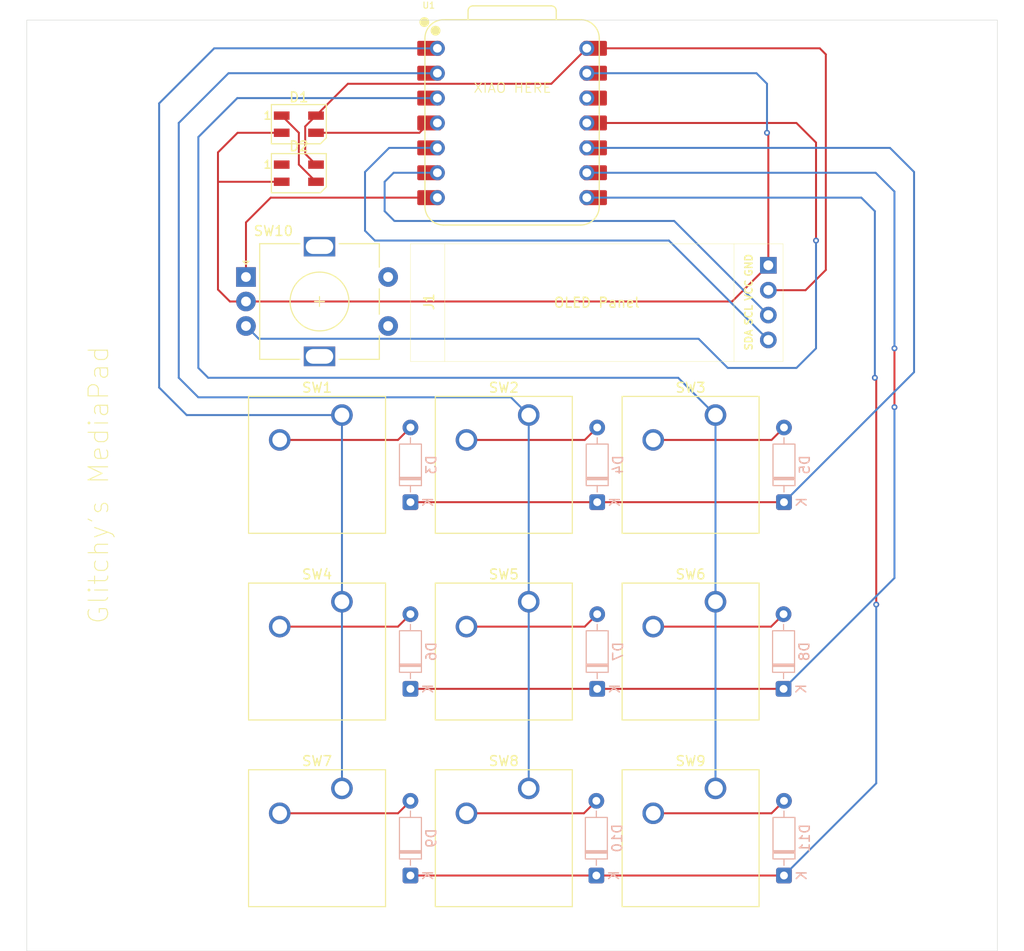
<source format=kicad_pcb>
(kicad_pcb (version 20241229) (generator "pcbnew") (generator_version "9.0")
  (layers (0 "F.Cu" signal) (2 "B.Cu" signal) (13 "F.Paste" user) (15 "B.Paste" user) (5 "F.SilkS" user "F.Silkscreen") (7 "B.SilkS" user "B.Silkscreen") (1 "F.Mask" user) (3 "B.Mask" user) (25 "Edge.Cuts" user))
  (net 0 "")
  (net 1 "RGB")
  (net 2 "Net-(D1-DOUT)")
  (net 3 "GND")
  (net 4 "VCC")
  (net 6 "Net-(D3-A)")
  (net 7 "Row 0")
  (net 8 "Net-(D4-A)")
  (net 9 "Net-(D5-A)")
  (net 10 "Row 1")
  (net 11 "Net-(D6-A)")
  (net 12 "Net-(D7-A)")
  (net 13 "Net-(D8-A)")
  (net 14 "Net-(D9-A)")
  (net 15 "Row 2")
  (net 16 "Net-(D10-A)")
  (net 17 "Net-(D11-A)")
  (net 18 "SCL")
  (net 19 "SDA")
  (net 20 "Column 0")
  (net 21 "Column 1")
  (net 22 "Column 2")
  (net 24 "EC11B")
  (net 25 "EC11A")
  (footprint "Button_Switch_Keyboard:SW_Cherry_MX_1.00u_PCB" (layer "F.Cu") (at 115.69625 62.8075)
    (property "Reference" "SW2" (at -2.54 -2.794 0) (layer "F.SilkS"))
    (property "Value" "SW_Push_45deg")
    (fp_line (start -9.525 -1.905) (end 4.445 -1.905) (stroke (width 0.12)) (layer "F.SilkS"))
    (fp_line (start -9.525 12.065) (end -9.525 -1.905) (stroke (width 0.12)) (layer "F.SilkS"))
    (fp_line (start 4.445 -1.905) (end 4.445 12.065) (stroke (width 0.12)) (layer "F.SilkS"))
    (fp_line (start 4.445 12.065) (end -9.525 12.065) (stroke (width 0.12)) (layer "F.SilkS"))
    (pad "" np_thru_hole circle (at -7.62 5.08) (size 1.7 1.7) (drill 1.7) (layers "*.Cu" "*.Mask"))
    (pad "" np_thru_hole circle (at -2.54 5.08) (size 4 4) (drill 4) (layers "*.Cu" "*.Mask"))
    (pad "" np_thru_hole circle (at 2.54 5.08) (size 1.7 1.7) (drill 1.7) (layers "*.Cu" "*.Mask"))
    (pad "1" thru_hole circle (at 0 0) (size 2.2 2.2) (drill 1.5) (layers "*.Cu" "*.Mask") (net 21 "Column 1"))
    (pad "2" thru_hole circle (at -6.35 2.54) (size 2.2 2.2) (drill 1.5) (layers "*.Cu" "*.Mask") (net 8 "Net-(D4-A)"))
  )
  (footprint "Button_Switch_Keyboard:SW_Cherry_MX_1.00u_PCB" (layer "F.Cu") (at 96.64625 62.8075)
    (property "Reference" "SW1" (at -2.54 -2.794 0) (layer "F.SilkS"))
    (property "Value" "SW_Push_45deg")
    (fp_line (start -9.525 -1.905) (end 4.445 -1.905) (stroke (width 0.12)) (layer "F.SilkS"))
    (fp_line (start -9.525 12.065) (end -9.525 -1.905) (stroke (width 0.12)) (layer "F.SilkS"))
    (fp_line (start 4.445 -1.905) (end 4.445 12.065) (stroke (width 0.12)) (layer "F.SilkS"))
    (fp_line (start 4.445 12.065) (end -9.525 12.065) (stroke (width 0.12)) (layer "F.SilkS"))
    (pad "" np_thru_hole circle (at -7.62 5.08) (size 1.7 1.7) (drill 1.7) (layers "*.Cu" "*.Mask"))
    (pad "" np_thru_hole circle (at -2.54 5.08) (size 4 4) (drill 4) (layers "*.Cu" "*.Mask"))
    (pad "" np_thru_hole circle (at 2.54 5.08) (size 1.7 1.7) (drill 1.7) (layers "*.Cu" "*.Mask"))
    (pad "1" thru_hole circle (at 0 0) (size 2.2 2.2) (drill 1.5) (layers "*.Cu" "*.Mask") (net 20 "Column 0"))
    (pad "2" thru_hole circle (at -6.35 2.54) (size 2.2 2.2) (drill 1.5) (layers "*.Cu" "*.Mask") (net 6 "Net-(D3-A)"))
  )
  (footprint "Button_Switch_Keyboard:SW_Cherry_MX_1.00u_PCB" (layer "F.Cu") (at 134.74625 62.8075)
    (property "Reference" "SW3" (at -2.54 -2.794 0) (layer "F.SilkS"))
    (property "Value" "SW_Push_45deg")
    (fp_line (start -9.525 -1.905) (end 4.445 -1.905) (stroke (width 0.12)) (layer "F.SilkS"))
    (fp_line (start -9.525 12.065) (end -9.525 -1.905) (stroke (width 0.12)) (layer "F.SilkS"))
    (fp_line (start 4.445 -1.905) (end 4.445 12.065) (stroke (width 0.12)) (layer "F.SilkS"))
    (fp_line (start 4.445 12.065) (end -9.525 12.065) (stroke (width 0.12)) (layer "F.SilkS"))
    (pad "" np_thru_hole circle (at -7.62 5.08) (size 1.7 1.7) (drill 1.7) (layers "*.Cu" "*.Mask"))
    (pad "" np_thru_hole circle (at -2.54 5.08) (size 4 4) (drill 4) (layers "*.Cu" "*.Mask"))
    (pad "" np_thru_hole circle (at 2.54 5.08) (size 1.7 1.7) (drill 1.7) (layers "*.Cu" "*.Mask"))
    (pad "1" thru_hole circle (at 0 0) (size 2.2 2.2) (drill 1.5) (layers "*.Cu" "*.Mask") (net 22 "Column 2"))
    (pad "2" thru_hole circle (at -6.35 2.54) (size 2.2 2.2) (drill 1.5) (layers "*.Cu" "*.Mask") (net 9 "Net-(D5-A)"))
  )
  (footprint "MountingHole:MountingHole_3.2mm_M3" (layer "F.Cu") (at 156.75 29.25)
    (property "Reference" "REF**" (hide yes))
    (property "Value" "MountingHole_3.2mm_M3")
    (pad "" np_thru_hole circle (at 0 0) (size 3.2 3.2) (drill 3.2) (layers "*.Cu" "*.Mask"))
  )
  (footprint "OPL:XIAO-RP2040-DIP" (layer "F.Cu") (at 114 33)
    (property "Reference" "U1" (at -8.5 -12 0) (layer "F.SilkS") (effects (font (size 0.635 0.635) (thickness 0.1016))))
    (property "Value" "XIAO-RP2040-DIP")
    (fp_line (start -8.89 8.509) (end -8.89 -8.636) (stroke (width 0.127)) (layer "F.SilkS"))
    (fp_line (start -6.985 10.414) (end 6.985 10.414) (stroke (width 0.127)) (layer "F.SilkS"))
    (fp_line (start -4.495 -10.541) (end -4.491272 -11.451272) (stroke (width 0.127)) (layer "F.SilkS"))
    (fp_line (start -3.991272 -11.951) (end 4.004 -11.951) (stroke (width 0.127)) (layer "F.SilkS"))
    (fp_line (start 4.504 -11.451) (end 4.504 -10.541) (stroke (width 0.127)) (layer "F.SilkS"))
    (fp_line (start 6.985 -10.541) (end -6.985 -10.541) (stroke (width 0.1)) (layer "F.SilkS"))
    (fp_line (start 6.985 -10.541) (end -6.985 -10.541) (stroke (width 0.127)) (layer "F.SilkS"))
    (fp_line (start 8.89 8.509) (end 8.89 -8.636) (stroke (width 0.127)) (layer "F.SilkS"))
    (fp_arc (start -8.89 -8.636) (mid -8.332038 -9.983038) (end -6.985 -10.541) (stroke (width 0.127)) (layer "F.SilkS"))
    (fp_arc (start -6.985 10.414) (mid -8.332038 9.856038) (end -8.89 8.509) (stroke (width 0.127)) (layer "F.SilkS"))
    (fp_arc (start -4.491272 -11.451272) (mid -4.344728 -11.80464) (end -3.991272 -11.951) (stroke (width 0.127)) (layer "F.SilkS"))
    (fp_arc (start 4.004 -11.951) (mid 4.357553 -11.804553) (end 4.504 -11.451) (stroke (width 0.127)) (layer "F.SilkS"))
    (fp_arc (start 6.985 -10.541) (mid 8.332038 -9.983038) (end 8.89 -8.636) (stroke (width 0.127)) (layer "F.SilkS"))
    (fp_arc (start 8.89 8.509) (mid 8.332038 9.856038) (end 6.985 10.414) (stroke (width 0.127)) (layer "F.SilkS"))
    (fp_circle (center -8.95 -10.3) (end -8.95 -10.554) (stroke (width 0.5)) (fill yes) (layer "F.SilkS"))
    (fp_circle (center -7.807 -9.42) (end -7.807 -9.674) (stroke (width 0.5)) (fill yes) (layer "F.SilkS"))
    (pad "1" smd roundrect (at -8.455 -7.62 180) (size 2.432 1.524) (layers "F.Cu" "F.Mask") (roundrect_rratio 0.1) (net 20 "Column 0"))
    (pad "1" thru_hole circle (at -7.62 -7.62 180) (size 1.524 1.524) (drill 0.889) (layers "*.Cu" "*.Mask") (net 20 "Column 0"))
    (pad "2" smd roundrect (at -8.455 -5.08 180) (size 2.432 1.524) (layers "F.Cu" "F.Mask") (roundrect_rratio 0.1) (net 21 "Column 1"))
    (pad "2" thru_hole circle (at -7.62 -5.08 180) (size 1.524 1.524) (drill 0.889) (layers "*.Cu" "*.Mask") (net 21 "Column 1"))
    (pad "3" smd roundrect (at -8.455 -2.54 180) (size 2.432 1.524) (layers "F.Cu" "F.Mask") (roundrect_rratio 0.1) (net 22 "Column 2"))
    (pad "3" thru_hole circle (at -7.62 -2.54 180) (size 1.524 1.524) (drill 0.889) (layers "*.Cu" "*.Mask") (net 22 "Column 2"))
    (pad "4" smd roundrect (at -8.455 0 180) (size 2.432 1.524) (layers "F.Cu" "F.Mask") (roundrect_rratio 0.1) (net 1 "RGB"))
    (pad "4" thru_hole circle (at -7.62 0 180) (size 1.524 1.524) (drill 0.889) (layers "*.Cu" "*.Mask") (net 1 "RGB"))
    (pad "5" smd roundrect (at -8.455 2.54 180) (size 2.432 1.524) (layers "F.Cu" "F.Mask") (roundrect_rratio 0.1) (net 19 "SDA"))
    (pad "5" thru_hole circle (at -7.62 2.54 180) (size 1.524 1.524) (drill 0.889) (layers "*.Cu" "*.Mask") (net 19 "SDA"))
    (pad "6" smd roundrect (at -8.455 5.08 180) (size 2.432 1.524) (layers "F.Cu" "F.Mask") (roundrect_rratio 0.1) (net 18 "SCL"))
    (pad "6" thru_hole circle (at -7.62 5.08 180) (size 1.524 1.524) (drill 0.889) (layers "*.Cu" "*.Mask") (net 18 "SCL"))
    (pad "7" smd roundrect (at -8.455 7.62 180) (size 2.432 1.524) (layers "F.Cu" "F.Mask") (roundrect_rratio 0.1) (net 25 "EC11A"))
    (pad "7" thru_hole circle (at -7.62 7.62 180) (size 1.524 1.524) (drill 0.889) (layers "*.Cu" "*.Mask") (net 25 "EC11A"))
    (pad "8" thru_hole circle (at 7.62 7.62) (size 1.524 1.524) (drill 0.889) (layers "*.Cu" "*.Mask") (net 15 "Row 2"))
    (pad "8" smd roundrect (at 8.455 7.62) (size 2.432 1.524) (layers "F.Cu" "F.Mask") (roundrect_rratio 0.1) (net 15 "Row 2"))
    (pad "9" thru_hole circle (at 7.62 5.08) (size 1.524 1.524) (drill 0.889) (layers "*.Cu" "*.Mask") (net 10 "Row 1"))
    (pad "9" smd roundrect (at 8.455 5.08) (size 2.432 1.524) (layers "F.Cu" "F.Mask") (roundrect_rratio 0.1) (net 10 "Row 1"))
    (pad "10" thru_hole circle (at 7.62 2.54) (size 1.524 1.524) (drill 0.889) (layers "*.Cu" "*.Mask") (net 7 "Row 0"))
    (pad "10" smd roundrect (at 8.455 2.54) (size 2.432 1.524) (layers "F.Cu" "F.Mask") (roundrect_rratio 0.1) (net 7 "Row 0"))
    (pad "11" thru_hole circle (at 7.62 0) (size 1.524 1.524) (drill 0.889) (layers "*.Cu" "*.Mask") (net 24 "EC11B"))
    (pad "11" smd roundrect (at 8.455 0) (size 2.432 1.524) (layers "F.Cu" "F.Mask") (roundrect_rratio 0.1) (net 24 "EC11B"))
    (pad "12" thru_hole circle (at 7.62 -2.54) (size 1.524 1.524) (drill 0.889) (layers "*.Cu" "*.Mask"))
    (pad "12" smd roundrect (at 8.455 -2.54) (size 2.432 1.524) (layers "F.Cu" "F.Mask") (roundrect_rratio 0.1))
    (pad "13" thru_hole circle (at 7.62 -5.08) (size 1.524 1.524) (drill 0.889) (layers "*.Cu" "*.Mask") (net 3 "GND"))
    (pad "13" smd roundrect (at 8.455 -5.08) (size 2.432 1.524) (layers "F.Cu" "F.Mask") (roundrect_rratio 0.1) (net 3 "GND"))
    (pad "14" thru_hole circle (at 7.62 -7.62) (size 1.524 1.524) (drill 0.889) (layers "*.Cu" "*.Mask") (net 4 "VCC"))
    (pad "14" smd roundrect (at 8.455 -7.62) (size 2.432 1.524) (layers "F.Cu" "F.Mask") (roundrect_rratio 0.1) (net 4 "VCC"))
  )
  (footprint "MountingHole:MountingHole_3.2mm_M3" (layer "F.Cu") (at 71.25 110.75)
    (property "Reference" "REF**" (hide yes))
    (property "Value" "MountingHole_3.2mm_M3")
    (pad "" np_thru_hole circle (at 0 0) (size 3.2 3.2) (drill 3.2) (layers "*.Cu" "*.Mask"))
  )
  (footprint "OledScreen:SSD1306-0.91-OLED-4pin-128x32" (layer "F.Cu") (at 103.63525 45.33375)
    (property "Reference" "J1" (at 1.9 5.91 90) (layer "F.SilkS"))
    (property "Value" "OLED_DISPLAY")
    (fp_line (start 0 0) (end 0 12) (stroke (width 0.04)) (layer "F.SilkS"))
    (fp_line (start 0 12) (end 38 12) (stroke (width 0.04)) (layer "F.SilkS"))
    (fp_line (start 3.5 0) (end 3.5 12) (stroke (width 0.04)) (layer "F.SilkS"))
    (fp_line (start 33 0) (end 33 12) (stroke (width 0.04)) (layer "F.SilkS"))
    (fp_line (start 38 0) (end 0 0) (stroke (width 0.04)) (layer "F.SilkS"))
    (fp_line (start 38 12) (end 38 0) (stroke (width 0.04)) (layer "F.SilkS"))
    (fp_text user "SDA" (at 34.5 9.81 270) (layer "F.SilkS") (effects (font (size 0.75 0.75))))
    (fp_text user "VCC" (at 34.5 4.73 270) (layer "F.SilkS") (effects (font (size 0.75 0.75))))
    (fp_text user "OLED Panel" (at 19 6 0) (layer "F.SilkS"))
    (fp_text user "SCL" (at 34.5 7.27 270) (layer "F.SilkS") (effects (font (size 0.75 0.75))))
    (fp_text user "GND" (at 34.5 2.19 270) (layer "F.SilkS") (effects (font (size 0.75 0.75))))
    (pad "1" thru_hole rect (at 36.5 2.19) (size 1.7 1.7) (drill 1) (layers "*.Cu" "*.Mask") (net 3 "GND"))
    (pad "2" thru_hole oval (at 36.5 4.73) (size 1.7 1.7) (drill 1) (layers "*.Cu" "*.Mask") (net 4 "VCC"))
    (pad "3" thru_hole oval (at 36.5 7.27) (size 1.7 1.7) (drill 1) (layers "*.Cu" "*.Mask") (net 18 "SCL"))
    (pad "4" thru_hole oval (at 36.5 9.81) (size 1.7 1.7) (drill 1) (layers "*.Cu" "*.Mask") (net 19 "SDA"))
  )
  (footprint "LED_SMD:LED_SK6812MINI_PLCC4_3.5x3.5mm_P1.75mm" (layer "F.Cu") (at 92.25 38.125)
    (property "Reference" "D2" (at 0 -2.75 0) (layer "F.SilkS"))
    (property "Value" "SK6812MINI" (hide yes))
    (fp_line (start -2.8 -2) (end -2.8 2) (stroke (width 0.12)) (layer "F.SilkS"))
    (fp_line (start -2.8 -2) (end 2.8 -2) (stroke (width 0.12)) (layer "F.SilkS"))
    (fp_line (start -2.8 2) (end 2.2 2) (stroke (width 0.12)) (layer "F.SilkS"))
    (fp_line (start 2.8 1.4) (end 2.2 2) (stroke (width 0.12)) (layer "F.SilkS"))
    (fp_line (start 2.8 1.4) (end 2.8 -2) (stroke (width 0.12)) (layer "F.SilkS"))
    (fp_text user "1" (at -3.2 -0.875 0) (layer "F.SilkS") (effects (font (size 0.8 0.8))))
    (pad "1" smd rect (at -1.75 -0.875) (size 1.6 0.85) (layers "F.Cu" "F.Mask" "F.Paste"))
    (pad "2" smd rect (at -1.75 0.875) (size 1.6 0.85) (layers "F.Cu" "F.Mask" "F.Paste") (net 3 "GND"))
    (pad "3" smd rect (at 1.75 0.875) (size 1.6 0.85) (layers "F.Cu" "F.Mask" "F.Paste") (net 2 "Net-(D1-DOUT)"))
    (pad "4" smd rect (at 1.75 -0.875) (size 1.6 0.85) (layers "F.Cu" "F.Mask" "F.Paste") (net 4 "VCC"))
  )
  (footprint "Button_Switch_Keyboard:SW_Cherry_MX_1.00u_PCB" (layer "F.Cu") (at 96.64625 81.8575)
    (property "Reference" "SW4" (at -2.54 -2.794 0) (layer "F.SilkS"))
    (property "Value" "SW_Push_45deg")
    (fp_line (start -9.525 -1.905) (end 4.445 -1.905) (stroke (width 0.12)) (layer "F.SilkS"))
    (fp_line (start -9.525 12.065) (end -9.525 -1.905) (stroke (width 0.12)) (layer "F.SilkS"))
    (fp_line (start 4.445 -1.905) (end 4.445 12.065) (stroke (width 0.12)) (layer "F.SilkS"))
    (fp_line (start 4.445 12.065) (end -9.525 12.065) (stroke (width 0.12)) (layer "F.SilkS"))
    (pad "" np_thru_hole circle (at -7.62 5.08) (size 1.7 1.7) (drill 1.7) (layers "*.Cu" "*.Mask"))
    (pad "" np_thru_hole circle (at -2.54 5.08) (size 4 4) (drill 4) (layers "*.Cu" "*.Mask"))
    (pad "" np_thru_hole circle (at 2.54 5.08) (size 1.7 1.7) (drill 1.7) (layers "*.Cu" "*.Mask"))
    (pad "1" thru_hole circle (at 0 0) (size 2.2 2.2) (drill 1.5) (layers "*.Cu" "*.Mask") (net 20 "Column 0"))
    (pad "2" thru_hole circle (at -6.35 2.54) (size 2.2 2.2) (drill 1.5) (layers "*.Cu" "*.Mask") (net 11 "Net-(D6-A)"))
  )
  (footprint "Button_Switch_Keyboard:SW_Cherry_MX_1.00u_PCB" (layer "F.Cu") (at 96.64625 100.9075)
    (property "Reference" "SW7" (at -2.54 -2.794 0) (layer "F.SilkS"))
    (property "Value" "SW_Push_45deg")
    (fp_line (start -9.525 -1.905) (end 4.445 -1.905) (stroke (width 0.12)) (layer "F.SilkS"))
    (fp_line (start -9.525 12.065) (end -9.525 -1.905) (stroke (width 0.12)) (layer "F.SilkS"))
    (fp_line (start 4.445 -1.905) (end 4.445 12.065) (stroke (width 0.12)) (layer "F.SilkS"))
    (fp_line (start 4.445 12.065) (end -9.525 12.065) (stroke (width 0.12)) (layer "F.SilkS"))
    (pad "" np_thru_hole circle (at -7.62 5.08) (size 1.7 1.7) (drill 1.7) (layers "*.Cu" "*.Mask"))
    (pad "" np_thru_hole circle (at -2.54 5.08) (size 4 4) (drill 4) (layers "*.Cu" "*.Mask"))
    (pad "" np_thru_hole circle (at 2.54 5.08) (size 1.7 1.7) (drill 1.7) (layers "*.Cu" "*.Mask"))
    (pad "1" thru_hole circle (at 0 0) (size 2.2 2.2) (drill 1.5) (layers "*.Cu" "*.Mask") (net 20 "Column 0"))
    (pad "2" thru_hole circle (at -6.35 2.54) (size 2.2 2.2) (drill 1.5) (layers "*.Cu" "*.Mask") (net 14 "Net-(D9-A)"))
  )
  (footprint "Button_Switch_Keyboard:SW_Cherry_MX_1.00u_PCB" (layer "F.Cu") (at 115.69625 81.8575)
    (property "Reference" "SW5" (at -2.54 -2.794 0) (layer "F.SilkS"))
    (property "Value" "SW_Push_45deg")
    (fp_line (start -9.525 -1.905) (end 4.445 -1.905) (stroke (width 0.12)) (layer "F.SilkS"))
    (fp_line (start -9.525 12.065) (end -9.525 -1.905) (stroke (width 0.12)) (layer "F.SilkS"))
    (fp_line (start 4.445 -1.905) (end 4.445 12.065) (stroke (width 0.12)) (layer "F.SilkS"))
    (fp_line (start 4.445 12.065) (end -9.525 12.065) (stroke (width 0.12)) (layer "F.SilkS"))
    (pad "" np_thru_hole circle (at -7.62 5.08) (size 1.7 1.7) (drill 1.7) (layers "*.Cu" "*.Mask"))
    (pad "" np_thru_hole circle (at -2.54 5.08) (size 4 4) (drill 4) (layers "*.Cu" "*.Mask"))
    (pad "" np_thru_hole circle (at 2.54 5.08) (size 1.7 1.7) (drill 1.7) (layers "*.Cu" "*.Mask"))
    (pad "1" thru_hole circle (at 0 0) (size 2.2 2.2) (drill 1.5) (layers "*.Cu" "*.Mask") (net 21 "Column 1"))
    (pad "2" thru_hole circle (at -6.35 2.54) (size 2.2 2.2) (drill 1.5) (layers "*.Cu" "*.Mask") (net 12 "Net-(D7-A)"))
  )
  (footprint "RotaryEncoders:RotaryEncoder_Alps_EC11E-Switch_Vertical_H20mm" (layer "F.Cu") (at 86.85625 48.71875)
    (property "Reference" "SW10" (at 2.8 -4.7 0) (layer "F.SilkS"))
    (property "Value" "RotaryEncoder_Switch")
    (fp_line (start -0.3 -1.6) (end 0.3 -1.6) (stroke (width 0.12)) (layer "F.SilkS"))
    (fp_line (start 0 -1.3) (end -0.3 -1.6) (stroke (width 0.12)) (layer "F.SilkS"))
    (fp_line (start 0.3 -1.6) (end 0 -1.3) (stroke (width 0.12)) (layer "F.SilkS"))
    (fp_line (start 1.4 -3.4) (end 1.4 8.4) (stroke (width 0.12)) (layer "F.SilkS"))
    (fp_line (start 5.5 -3.4) (end 1.4 -3.4) (stroke (width 0.12)) (layer "F.SilkS"))
    (fp_line (start 5.5 8.4) (end 1.4 8.4) (stroke (width 0.12)) (layer "F.SilkS"))
    (fp_line (start 7 2.5) (end 8 2.5) (stroke (width 0.12)) (layer "F.SilkS"))
    (fp_line (start 7.5 2) (end 7.5 3) (stroke (width 0.12)) (layer "F.SilkS"))
    (fp_line (start 9.5 -3.4) (end 13.6 -3.4) (stroke (width 0.12)) (layer "F.SilkS"))
    (fp_line (start 13.6 -3.4) (end 13.6 -1) (stroke (width 0.12)) (layer "F.SilkS"))
    (fp_line (start 13.6 1.2) (end 13.6 3.8) (stroke (width 0.12)) (layer "F.SilkS"))
    (fp_line (start 13.6 6) (end 13.6 8.4) (stroke (width 0.12)) (layer "F.SilkS"))
    (fp_line (start 13.6 8.4) (end 9.5 8.4) (stroke (width 0.12)) (layer "F.SilkS"))
    (fp_circle (center 7.5 2.5) (end 10.5 2.5) (stroke (width 0.12)) (fill no) (layer "F.SilkS"))
    (pad "A" thru_hole rect (at 0 0) (size 2 2) (drill 1) (layers "*.Cu" "*.Mask") (net 25 "EC11A"))
    (pad "B" thru_hole circle (at 0 5) (size 2 2) (drill 1) (layers "*.Cu" "*.Mask") (net 24 "EC11B"))
    (pad "C" thru_hole circle (at 0 2.5) (size 2 2) (drill 1) (layers "*.Cu" "*.Mask") (net 3 "GND"))
    (pad "MP" thru_hole rect (at 7.5 -3.1) (size 3.2 2) (drill oval 2.8 1.5) (layers "*.Cu" "*.Mask"))
    (pad "MP" thru_hole rect (at 7.5 8.1) (size 3.2 2) (drill oval 2.8 1.5) (layers "*.Cu" "*.Mask"))
    (pad "S1" thru_hole circle (at 14.5 5) (size 2 2) (drill 1) (layers "*.Cu" "*.Mask"))
    (pad "S2" thru_hole circle (at 14.5 0) (size 2 2) (drill 1) (layers "*.Cu" "*.Mask"))
  )
  (footprint "LED_SMD:LED_SK6812MINI_PLCC4_3.5x3.5mm_P1.75mm" (layer "F.Cu") (at 92.25 33.125)
    (property "Reference" "D1" (at 0 -2.75 0) (layer "F.SilkS"))
    (property "Value" "SK6812MINI" (hide yes))
    (fp_line (start -2.8 -2) (end -2.8 2) (stroke (width 0.12)) (layer "F.SilkS"))
    (fp_line (start -2.8 -2) (end 2.8 -2) (stroke (width 0.12)) (layer "F.SilkS"))
    (fp_line (start -2.8 2) (end 2.2 2) (stroke (width 0.12)) (layer "F.SilkS"))
    (fp_line (start 2.8 1.4) (end 2.2 2) (stroke (width 0.12)) (layer "F.SilkS"))
    (fp_line (start 2.8 1.4) (end 2.8 -2) (stroke (width 0.12)) (layer "F.SilkS"))
    (fp_text user "1" (at -3.2 -0.875 0) (layer "F.SilkS") (effects (font (size 0.8 0.8))))
    (pad "1" smd rect (at -1.75 -0.875) (size 1.6 0.85) (layers "F.Cu" "F.Mask" "F.Paste") (net 2 "Net-(D1-DOUT)"))
    (pad "2" smd rect (at -1.75 0.875) (size 1.6 0.85) (layers "F.Cu" "F.Mask" "F.Paste") (net 3 "GND"))
    (pad "3" smd rect (at 1.75 0.875) (size 1.6 0.85) (layers "F.Cu" "F.Mask" "F.Paste") (net 1 "RGB"))
    (pad "4" smd rect (at 1.75 -0.875) (size 1.6 0.85) (layers "F.Cu" "F.Mask" "F.Paste") (net 4 "VCC"))
  )
  (footprint "MountingHole:MountingHole_3.2mm_M3" (layer "F.Cu") (at 156.75 110.75)
    (property "Reference" "REF**" (hide yes))
    (property "Value" "MountingHole_3.2mm_M3")
    (pad "" np_thru_hole circle (at 0 0) (size 3.2 3.2) (drill 3.2) (layers "*.Cu" "*.Mask"))
  )
  (footprint "Button_Switch_Keyboard:SW_Cherry_MX_1.00u_PCB" (layer "F.Cu") (at 115.69625 100.9075)
    (property "Reference" "SW8" (at -2.54 -2.794 0) (layer "F.SilkS"))
    (property "Value" "SW_Push_45deg")
    (fp_line (start -9.525 -1.905) (end 4.445 -1.905) (stroke (width 0.12)) (layer "F.SilkS"))
    (fp_line (start -9.525 12.065) (end -9.525 -1.905) (stroke (width 0.12)) (layer "F.SilkS"))
    (fp_line (start 4.445 -1.905) (end 4.445 12.065) (stroke (width 0.12)) (layer "F.SilkS"))
    (fp_line (start 4.445 12.065) (end -9.525 12.065) (stroke (width 0.12)) (layer "F.SilkS"))
    (pad "" np_thru_hole circle (at -7.62 5.08) (size 1.7 1.7) (drill 1.7) (layers "*.Cu" "*.Mask"))
    (pad "" np_thru_hole circle (at -2.54 5.08) (size 4 4) (drill 4) (layers "*.Cu" "*.Mask"))
    (pad "" np_thru_hole circle (at 2.54 5.08) (size 1.7 1.7) (drill 1.7) (layers "*.Cu" "*.Mask"))
    (pad "1" thru_hole circle (at 0 0) (size 2.2 2.2) (drill 1.5) (layers "*.Cu" "*.Mask") (net 21 "Column 1"))
    (pad "2" thru_hole circle (at -6.35 2.54) (size 2.2 2.2) (drill 1.5) (layers "*.Cu" "*.Mask") (net 16 "Net-(D10-A)"))
  )
  (footprint "Button_Switch_Keyboard:SW_Cherry_MX_1.00u_PCB" (layer "F.Cu") (at 134.74625 100.9075)
    (property "Reference" "SW9" (at -2.54 -2.794 0) (layer "F.SilkS"))
    (property "Value" "SW_Push_45deg")
    (fp_line (start -9.525 -1.905) (end 4.445 -1.905) (stroke (width 0.12)) (layer "F.SilkS"))
    (fp_line (start -9.525 12.065) (end -9.525 -1.905) (stroke (width 0.12)) (layer "F.SilkS"))
    (fp_line (start 4.445 -1.905) (end 4.445 12.065) (stroke (width 0.12)) (layer "F.SilkS"))
    (fp_line (start 4.445 12.065) (end -9.525 12.065) (stroke (width 0.12)) (layer "F.SilkS"))
    (pad "" np_thru_hole circle (at -7.62 5.08) (size 1.7 1.7) (drill 1.7) (layers "*.Cu" "*.Mask"))
    (pad "" np_thru_hole circle (at -2.54 5.08) (size 4 4) (drill 4) (layers "*.Cu" "*.Mask"))
    (pad "" np_thru_hole circle (at 2.54 5.08) (size 1.7 1.7) (drill 1.7) (layers "*.Cu" "*.Mask"))
    (pad "1" thru_hole circle (at 0 0) (size 2.2 2.2) (drill 1.5) (layers "*.Cu" "*.Mask") (net 22 "Column 2"))
    (pad "2" thru_hole circle (at -6.35 2.54) (size 2.2 2.2) (drill 1.5) (layers "*.Cu" "*.Mask") (net 17 "Net-(D11-A)"))
  )
  (footprint "MountingHole:MountingHole_3.2mm_M3" (layer "F.Cu") (at 71.25 29.25)
    (property "Reference" "REF**" (hide yes))
    (property "Value" "MountingHole_3.2mm_M3")
    (pad "" np_thru_hole circle (at 0 0) (size 3.2 3.2) (drill 3.2) (layers "*.Cu" "*.Mask"))
  )
  (footprint "Button_Switch_Keyboard:SW_Cherry_MX_1.00u_PCB" (layer "F.Cu") (at 134.74625 81.8575)
    (property "Reference" "SW6" (at -2.54 -2.794 0) (layer "F.SilkS"))
    (property "Value" "SW_Push_45deg")
    (fp_line (start -9.525 -1.905) (end 4.445 -1.905) (stroke (width 0.12)) (layer "F.SilkS"))
    (fp_line (start -9.525 12.065) (end -9.525 -1.905) (stroke (width 0.12)) (layer "F.SilkS"))
    (fp_line (start 4.445 -1.905) (end 4.445 12.065) (stroke (width 0.12)) (layer "F.SilkS"))
    (fp_line (start 4.445 12.065) (end -9.525 12.065) (stroke (width 0.12)) (layer "F.SilkS"))
    (pad "" np_thru_hole circle (at -7.62 5.08) (size 1.7 1.7) (drill 1.7) (layers "*.Cu" "*.Mask"))
    (pad "" np_thru_hole circle (at -2.54 5.08) (size 4 4) (drill 4) (layers "*.Cu" "*.Mask"))
    (pad "" np_thru_hole circle (at 2.54 5.08) (size 1.7 1.7) (drill 1.7) (layers "*.Cu" "*.Mask"))
    (pad "1" thru_hole circle (at 0 0) (size 2.2 2.2) (drill 1.5) (layers "*.Cu" "*.Mask") (net 22 "Column 2"))
    (pad "2" thru_hole circle (at -6.35 2.54) (size 2.2 2.2) (drill 1.5) (layers "*.Cu" "*.Mask") (net 13 "Net-(D8-A)"))
  )
  (footprint "Diode_THT:D_DO-35_SOD27_P7.62mm_Horizontal" (layer "B.Cu") (at 122.59375 109.7975 90)
    (property "Reference" "D10" (at 3.81 2.12 90) (layer "B.SilkS") (effects (justify mirror)))
    (property "Value" "1N4148")
    (fp_line (start 6.58 0) (end 5.93 0) (stroke (width 0.12)) (layer "B.SilkS"))
    (fp_line (start 1.04 0) (end 1.69 0) (stroke (width 0.12)) (layer "B.SilkS"))
    (fp_line (start 2.53 1.12) (end 2.53 -1.12) (stroke (width 0.12)) (layer "B.SilkS"))
    (fp_line (start 2.41 1.12) (end 2.41 -1.12) (stroke (width 0.12)) (layer "B.SilkS"))
    (fp_line (start 2.29 1.12) (end 2.29 -1.12) (stroke (width 0.12)) (layer "B.SilkS"))
    (fp_rect (start 1.69 1.12) (end 5.93 -1.12) (stroke (width 0.12)) (fill no) (layer "B.SilkS"))
    (fp_text user "K" (at 0 1.8 90) (layer "B.SilkS") (effects (justify mirror)))
    (pad "1" thru_hole roundrect (at 0 0 90) (size 1.6 1.6) (drill 0.8) (layers "*.Cu" "*.Mask") (roundrect_rratio 0.15625) (net 15 "Row 2"))
    (pad "2" thru_hole circle (at 7.62 0 90) (size 1.6 1.6) (drill 0.8) (layers "*.Cu" "*.Mask") (net 16 "Net-(D10-A)"))
  )
  (footprint "Diode_THT:D_DO-35_SOD27_P7.62mm_Horizontal" (layer "B.Cu") (at 103.63125 90.7475 90)
    (property "Reference" "D6" (at 3.81 2.12 90) (layer "B.SilkS") (effects (justify mirror)))
    (property "Value" "1N4148")
    (fp_line (start 6.58 0) (end 5.93 0) (stroke (width 0.12)) (layer "B.SilkS"))
    (fp_line (start 1.04 0) (end 1.69 0) (stroke (width 0.12)) (layer "B.SilkS"))
    (fp_line (start 2.53 1.12) (end 2.53 -1.12) (stroke (width 0.12)) (layer "B.SilkS"))
    (fp_line (start 2.41 1.12) (end 2.41 -1.12) (stroke (width 0.12)) (layer "B.SilkS"))
    (fp_line (start 2.29 1.12) (end 2.29 -1.12) (stroke (width 0.12)) (layer "B.SilkS"))
    (fp_rect (start 1.69 1.12) (end 5.93 -1.12) (stroke (width 0.12)) (fill no) (layer "B.SilkS"))
    (fp_text user "K" (at 0 1.8 90) (layer "B.SilkS") (effects (justify mirror)))
    (pad "1" thru_hole roundrect (at 0 0 90) (size 1.6 1.6) (drill 0.8) (layers "*.Cu" "*.Mask") (roundrect_rratio 0.15625) (net 10 "Row 1"))
    (pad "2" thru_hole circle (at 7.62 0 90) (size 1.6 1.6) (drill 0.8) (layers "*.Cu" "*.Mask") (net 11 "Net-(D6-A)"))
  )
  (footprint "Diode_THT:D_DO-35_SOD27_P7.62mm_Horizontal" (layer "B.Cu") (at 141.73125 71.6975 90)
    (property "Reference" "D5" (at 3.81 2.12 90) (layer "B.SilkS") (effects (justify mirror)))
    (property "Value" "1N4148")
    (fp_line (start 6.58 0) (end 5.93 0) (stroke (width 0.12)) (layer "B.SilkS"))
    (fp_line (start 1.04 0) (end 1.69 0) (stroke (width 0.12)) (layer "B.SilkS"))
    (fp_line (start 2.53 1.12) (end 2.53 -1.12) (stroke (width 0.12)) (layer "B.SilkS"))
    (fp_line (start 2.41 1.12) (end 2.41 -1.12) (stroke (width 0.12)) (layer "B.SilkS"))
    (fp_line (start 2.29 1.12) (end 2.29 -1.12) (stroke (width 0.12)) (layer "B.SilkS"))
    (fp_rect (start 1.69 1.12) (end 5.93 -1.12) (stroke (width 0.12)) (fill no) (layer "B.SilkS"))
    (fp_text user "K" (at 0 1.8 90) (layer "B.SilkS") (effects (justify mirror)))
    (pad "1" thru_hole roundrect (at 0 0 90) (size 1.6 1.6) (drill 0.8) (layers "*.Cu" "*.Mask") (roundrect_rratio 0.15625) (net 7 "Row 0"))
    (pad "2" thru_hole circle (at 7.62 0 90) (size 1.6 1.6) (drill 0.8) (layers "*.Cu" "*.Mask") (net 9 "Net-(D5-A)"))
  )
  (footprint "Diode_THT:D_DO-35_SOD27_P7.62mm_Horizontal" (layer "B.Cu") (at 141.73125 109.7975 90)
    (property "Reference" "D11" (at 3.81 2.12 90) (layer "B.SilkS") (effects (justify mirror)))
    (property "Value" "1N4148")
    (fp_line (start 6.58 0) (end 5.93 0) (stroke (width 0.12)) (layer "B.SilkS"))
    (fp_line (start 1.04 0) (end 1.69 0) (stroke (width 0.12)) (layer "B.SilkS"))
    (fp_line (start 2.53 1.12) (end 2.53 -1.12) (stroke (width 0.12)) (layer "B.SilkS"))
    (fp_line (start 2.41 1.12) (end 2.41 -1.12) (stroke (width 0.12)) (layer "B.SilkS"))
    (fp_line (start 2.29 1.12) (end 2.29 -1.12) (stroke (width 0.12)) (layer "B.SilkS"))
    (fp_rect (start 1.69 1.12) (end 5.93 -1.12) (stroke (width 0.12)) (fill no) (layer "B.SilkS"))
    (fp_text user "K" (at 0 1.8 90) (layer "B.SilkS") (effects (justify mirror)))
    (pad "1" thru_hole roundrect (at 0 0 90) (size 1.6 1.6) (drill 0.8) (layers "*.Cu" "*.Mask") (roundrect_rratio 0.15625) (net 15 "Row 2"))
    (pad "2" thru_hole circle (at 7.62 0 90) (size 1.6 1.6) (drill 0.8) (layers "*.Cu" "*.Mask") (net 17 "Net-(D11-A)"))
  )
  (footprint "Diode_THT:D_DO-35_SOD27_P7.62mm_Horizontal" (layer "B.Cu") (at 122.68125 90.7475 90)
    (property "Reference" "D7" (at 3.81 2.12 90) (layer "B.SilkS") (effects (justify mirror)))
    (property "Value" "1N4148")
    (fp_line (start 6.58 0) (end 5.93 0) (stroke (width 0.12)) (layer "B.SilkS"))
    (fp_line (start 1.04 0) (end 1.69 0) (stroke (width 0.12)) (layer "B.SilkS"))
    (fp_line (start 2.53 1.12) (end 2.53 -1.12) (stroke (width 0.12)) (layer "B.SilkS"))
    (fp_line (start 2.41 1.12) (end 2.41 -1.12) (stroke (width 0.12)) (layer "B.SilkS"))
    (fp_line (start 2.29 1.12) (end 2.29 -1.12) (stroke (width 0.12)) (layer "B.SilkS"))
    (fp_rect (start 1.69 1.12) (end 5.93 -1.12) (stroke (width 0.12)) (fill no) (layer "B.SilkS"))
    (fp_text user "K" (at 0 1.8 90) (layer "B.SilkS") (effects (justify mirror)))
    (pad "1" thru_hole roundrect (at 0 0 90) (size 1.6 1.6) (drill 0.8) (layers "*.Cu" "*.Mask") (roundrect_rratio 0.15625) (net 10 "Row 1"))
    (pad "2" thru_hole circle (at 7.62 0 90) (size 1.6 1.6) (drill 0.8) (layers "*.Cu" "*.Mask") (net 12 "Net-(D7-A)"))
  )
  (footprint "Diode_THT:D_DO-35_SOD27_P7.62mm_Horizontal" (layer "B.Cu") (at 103.63125 71.6975 90)
    (property "Reference" "D3" (at 3.81 2.12 90) (layer "B.SilkS") (effects (justify mirror)))
    (property "Value" "1N4148")
    (fp_line (start 6.58 0) (end 5.93 0) (stroke (width 0.12)) (layer "B.SilkS"))
    (fp_line (start 1.04 0) (end 1.69 0) (stroke (width 0.12)) (layer "B.SilkS"))
    (fp_line (start 2.53 1.12) (end 2.53 -1.12) (stroke (width 0.12)) (layer "B.SilkS"))
    (fp_line (start 2.41 1.12) (end 2.41 -1.12) (stroke (width 0.12)) (layer "B.SilkS"))
    (fp_line (start 2.29 1.12) (end 2.29 -1.12) (stroke (width 0.12)) (layer "B.SilkS"))
    (fp_rect (start 1.69 1.12) (end 5.93 -1.12) (stroke (width 0.12)) (fill no) (layer "B.SilkS"))
    (fp_text user "K" (at 0 1.8 90) (layer "B.SilkS") (effects (justify mirror)))
    (pad "1" thru_hole roundrect (at 0 0 90) (size 1.6 1.6) (drill 0.8) (layers "*.Cu" "*.Mask") (roundrect_rratio 0.15625) (net 7 "Row 0"))
    (pad "2" thru_hole circle (at 7.62 0 90) (size 1.6 1.6) (drill 0.8) (layers "*.Cu" "*.Mask") (net 6 "Net-(D3-A)"))
  )
  (footprint "Diode_THT:D_DO-35_SOD27_P7.62mm_Horizontal" (layer "B.Cu") (at 122.68125 71.6975 90)
    (property "Reference" "D4" (at 3.81 2.12 90) (layer "B.SilkS") (effects (justify mirror)))
    (property "Value" "1N4148")
    (fp_line (start 6.58 0) (end 5.93 0) (stroke (width 0.12)) (layer "B.SilkS"))
    (fp_line (start 1.04 0) (end 1.69 0) (stroke (width 0.12)) (layer "B.SilkS"))
    (fp_line (start 2.53 1.12) (end 2.53 -1.12) (stroke (width 0.12)) (layer "B.SilkS"))
    (fp_line (start 2.41 1.12) (end 2.41 -1.12) (stroke (width 0.12)) (layer "B.SilkS"))
    (fp_line (start 2.29 1.12) (end 2.29 -1.12) (stroke (width 0.12)) (layer "B.SilkS"))
    (fp_rect (start 1.69 1.12) (end 5.93 -1.12) (stroke (width 0.12)) (fill no) (layer "B.SilkS"))
    (fp_text user "K" (at 0 1.8 90) (layer "B.SilkS") (effects (justify mirror)))
    (pad "1" thru_hole roundrect (at 0 0 90) (size 1.6 1.6) (drill 0.8) (layers "*.Cu" "*.Mask") (roundrect_rratio 0.15625) (net 7 "Row 0"))
    (pad "2" thru_hole circle (at 7.62 0 90) (size 1.6 1.6) (drill 0.8) (layers "*.Cu" "*.Mask") (net 8 "Net-(D4-A)"))
  )
  (footprint "Diode_THT:D_DO-35_SOD27_P7.62mm_Horizontal" (layer "B.Cu") (at 103.63125 109.7975 90)
    (property "Reference" "D9" (at 3.81 2.12 90) (layer "B.SilkS") (effects (justify mirror)))
    (property "Value" "1N4148")
    (fp_line (start 6.58 0) (end 5.93 0) (stroke (width 0.12)) (layer "B.SilkS"))
    (fp_line (start 1.04 0) (end 1.69 0) (stroke (width 0.12)) (layer "B.SilkS"))
    (fp_line (start 2.53 1.12) (end 2.53 -1.12) (stroke (width 0.12)) (layer "B.SilkS"))
    (fp_line (start 2.41 1.12) (end 2.41 -1.12) (stroke (width 0.12)) (layer "B.SilkS"))
    (fp_line (start 2.29 1.12) (end 2.29 -1.12) (stroke (width 0.12)) (layer "B.SilkS"))
    (fp_rect (start 1.69 1.12) (end 5.93 -1.12) (stroke (width 0.12)) (fill no) (layer "B.SilkS"))
    (fp_text user "K" (at 0 1.8 90) (layer "B.SilkS") (effects (justify mirror)))
    (pad "1" thru_hole roundrect (at 0 0 90) (size 1.6 1.6) (drill 0.8) (layers "*.Cu" "*.Mask") (roundrect_rratio 0.15625) (net 15 "Row 2"))
    (pad "2" thru_hole circle (at 7.62 0 90) (size 1.6 1.6) (drill 0.8) (layers "*.Cu" "*.Mask") (net 14 "Net-(D9-A)"))
  )
  (footprint "Diode_THT:D_DO-35_SOD27_P7.62mm_Horizontal" (layer "B.Cu") (at 141.6875 90.7475 90)
    (property "Reference" "D8" (at 3.81 2.12 90) (layer "B.SilkS") (effects (justify mirror)))
    (property "Value" "1N4148")
    (fp_line (start 6.58 0) (end 5.93 0) (stroke (width 0.12)) (layer "B.SilkS"))
    (fp_line (start 1.04 0) (end 1.69 0) (stroke (width 0.12)) (layer "B.SilkS"))
    (fp_line (start 2.53 1.12) (end 2.53 -1.12) (stroke (width 0.12)) (layer "B.SilkS"))
    (fp_line (start 2.41 1.12) (end 2.41 -1.12) (stroke (width 0.12)) (layer "B.SilkS"))
    (fp_line (start 2.29 1.12) (end 2.29 -1.12) (stroke (width 0.12)) (layer "B.SilkS"))
    (fp_rect (start 1.69 1.12) (end 5.93 -1.12) (stroke (width 0.12)) (fill no) (layer "B.SilkS"))
    (fp_text user "K" (at 0 1.8 90) (layer "B.SilkS") (effects (justify mirror)))
    (pad "1" thru_hole roundrect (at 0 0 90) (size 1.6 1.6) (drill 0.8) (layers "*.Cu" "*.Mask") (roundrect_rratio 0.15625) (net 10 "Row 1"))
    (pad "2" thru_hole circle (at 7.62 0 90) (size 1.6 1.6) (drill 0.8) (layers "*.Cu" "*.Mask") (net 13 "Net-(D8-A)"))
  )
  (gr_rect (start 64.5 22.5) (end 163.5 117.5) (stroke (width 0.05)) (fill no) (layer "Edge.Cuts"))
  (gr_text "Glitchy's MediaPad\n" (at 73 84.25 90) (layer "F.SilkS") (effects (font (size 2 2) (thickness 0.1)) (justify left bottom)))
  (gr_text "XIAO HERE" (at 110 30 0) (layer "F.SilkS") (effects (font (size 1 1) (thickness 0.1)) (justify left bottom)))
  (segment (start 104.545 34) (end 105.545 33) (width 0.2) (layer "F.Cu") (net 1))
  (segment (start 94 34) (end 104.545 34) (width 0.2) (layer "F.Cu") (net 1))
  (segment (start 90.5 32.25) (end 92.25 34) (width 0.2) (layer "F.Cu") (net 2))
  (segment (start 92.25 34) (end 92.25 37.25) (width 0.2) (layer "F.Cu") (net 2))
  (segment (start 92.25 37.25) (end 94 39) (width 0.2) (layer "F.Cu") (net 2))
  (segment (start 84 39) (end 84 50) (width 0.2) (layer "F.Cu") (net 3))
  (segment (start 136.44025 51.21875) (end 86.85625 51.21875) (width 0.2) (layer "F.Cu") (net 3))
  (segment (start 84 36) (end 84 39) (width 0.2) (layer "F.Cu") (net 3))
  (segment (start 140.13525 47.52375) (end 136.44025 51.21875) (width 0.2) (layer "F.Cu") (net 3))
  (segment (start 140.13525 34.13525) (end 140 34) (width 0.2) (layer "F.Cu") (net 3))
  (segment (start 90.5 34) (end 86 34) (width 0.2) (layer "F.Cu") (net 3))
  (segment (start 86 34) (end 84 36) (width 0.2) (layer "F.Cu") (net 3))
  (segment (start 140.13525 47.52375) (end 140.13525 34.13525) (width 0.2) (layer "F.Cu") (net 3))
  (segment (start 85.21875 51.21875) (end 86.85625 51.21875) (width 0.2) (layer "F.Cu") (net 3))
  (segment (start 84 50) (end 85.21875 51.21875) (width 0.2) (layer "F.Cu") (net 3))
  (segment (start 90.5 39) (end 84 39) (width 0.2) (layer "F.Cu") (net 3))
  (via (at 140 34) (size 0.6) (drill 0.3) (layers "F.Cu" "B.Cu") (net 3))
  (segment (start 140 29) (end 138.92 27.92) (width 0.2) (layer "B.Cu") (net 3))
  (segment (start 138.92 27.92) (end 121.62 27.92) (width 0.2) (layer "B.Cu") (net 3))
  (segment (start 140 34) (end 140 29) (width 0.2) (layer "B.Cu") (net 3))
  (segment (start 145.38 25.38) (end 122.455 25.38) (width 0.2) (layer "F.Cu") (net 4))
  (segment (start 146 26) (end 145.38 25.38) (width 0.2) (layer "F.Cu") (net 4))
  (segment (start 94 37.25) (end 92.899 36.149) (width 0.2) (layer "F.Cu") (net 4))
  (segment (start 140.13525 50.06375) (end 143.93625 50.06375) (width 0.2) (layer "F.Cu") (net 4))
  (segment (start 92.899 33.351) (end 94 32.25) (width 0.2) (layer "F.Cu") (net 4))
  (segment (start 146 48) (end 146 26) (width 0.2) (layer "F.Cu") (net 4))
  (segment (start 97.25 29) (end 118 29) (width 0.2) (layer "F.Cu") (net 4))
  (segment (start 94 32.25) (end 97.25 29) (width 0.2) (layer "F.Cu") (net 4))
  (segment (start 143.93625 50.06375) (end 146 48) (width 0.2) (layer "F.Cu") (net 4))
  (segment (start 118 29) (end 121.62 25.38) (width 0.2) (layer "F.Cu") (net 4))
  (segment (start 92.899 36.149) (end 92.899 33.351) (width 0.2) (layer "F.Cu") (net 4))
  (segment (start 103.63125 64.0775) (end 102.36125 65.3475) (width 0.2) (layer "F.Cu") (net 6))
  (segment (start 102.36125 65.3475) (end 90.29625 65.3475) (width 0.2) (layer "F.Cu") (net 6))
  (segment (start 122.68125 71.6975) (end 103.63125 71.6975) (width 0.2) (layer "F.Cu") (net 7))
  (segment (start 141.73125 71.6975) (end 122.68125 71.6975) (width 0.2) (layer "F.Cu") (net 7))
  (segment (start 152.54 35.54) (end 121.62 35.54) (width 0.2) (layer "B.Cu") (net 7))
  (segment (start 155 38) (end 152.54 35.54) (width 0.2) (layer "B.Cu") (net 7))
  (segment (start 155 58.42875) (end 155 38) (width 0.2) (layer "B.Cu") (net 7))
  (segment (start 141.73125 71.6975) (end 155 58.42875) (width 0.2) (layer "B.Cu") (net 7))
  (segment (start 122.68125 64.0775) (end 121.41125 65.3475) (width 0.2) (layer "F.Cu") (net 8))
  (segment (start 121.41125 65.3475) (end 109.34625 65.3475) (width 0.2) (layer "F.Cu") (net 8))
  (segment (start 140.46125 65.3475) (end 128.39625 65.3475) (width 0.2) (layer "F.Cu") (net 9))
  (segment (start 141.73125 64.0775) (end 140.46125 65.3475) (width 0.2) (layer "F.Cu") (net 9))
  (segment (start 141.6875 90.7475) (end 122.68125 90.7475) (width 0.2) (layer "F.Cu") (net 10))
  (segment (start 122.68125 90.7475) (end 103.63125 90.7475) (width 0.2) (layer "F.Cu") (net 10))
  (segment (start 153 62) (end 153 56) (width 0.2) (layer "F.Cu") (net 10))
  (via (at 153 56) (size 0.6) (drill 0.3) (layers "F.Cu" "B.Cu") (net 10))
  (via (at 153 62) (size 0.6) (drill 0.3) (layers "F.Cu" "B.Cu") (net 10))
  (segment (start 153 40) (end 151.08 38.08) (width 0.2) (layer "B.Cu") (net 10))
  (segment (start 141.6875 90.7475) (end 153 79.435) (width 0.2) (layer "B.Cu") (net 10))
  (segment (start 153 79.435) (end 153 62) (width 0.2) (layer "B.Cu") (net 10))
  (segment (start 151.08 38.08) (end 121.62 38.08) (width 0.2) (layer "B.Cu") (net 10))
  (segment (start 153 56) (end 153 40) (width 0.2) (layer "B.Cu") (net 10))
  (segment (start 102.36125 84.3975) (end 90.29625 84.3975) (width 0.2) (layer "F.Cu") (net 11))
  (segment (start 103.63125 83.1275) (end 102.36125 84.3975) (width 0.2) (layer "F.Cu") (net 11))
  (segment (start 121.41125 84.3975) (end 109.34625 84.3975) (width 0.2) (layer "F.Cu") (net 12))
  (segment (start 122.68125 83.1275) (end 121.41125 84.3975) (width 0.2) (layer "F.Cu") (net 12))
  (segment (start 140.4175 84.3975) (end 128.39625 84.3975) (width 0.2) (layer "F.Cu") (net 13))
  (segment (start 141.6875 83.1275) (end 140.4175 84.3975) (width 0.2) (layer "F.Cu") (net 13))
  (segment (start 103.63125 102.1775) (end 102.36125 103.4475) (width 0.2) (layer "F.Cu") (net 14))
  (segment (start 102.36125 103.4475) (end 90.29625 103.4475) (width 0.2) (layer "F.Cu") (net 14))
  (segment (start 151.141765 59.141765) (end 151 59) (width 0.2) (layer "F.Cu") (net 15))
  (segment (start 151.141765 82.141765) (end 151.141765 59.141765) (width 0.2) (layer "F.Cu") (net 15))
  (segment (start 122.59375 109.7975) (end 103.63125 109.7975) (width 0.2) (layer "F.Cu") (net 15))
  (segment (start 141.73125 109.7975) (end 122.59375 109.7975) (width 0.2) (layer "F.Cu") (net 15))
  (via (at 151.141765 82.141765) (size 0.6) (drill 0.3) (layers "F.Cu" "B.Cu") (net 15))
  (via (at 151 59) (size 0.6) (drill 0.3) (layers "F.Cu" "B.Cu") (net 15))
  (segment (start 149.62 40.62) (end 121.62 40.62) (width 0.2) (layer "B.Cu") (net 15))
  (segment (start 151.141765 100.386985) (end 151.141765 82.141765) (width 0.2) (layer "B.Cu") (net 15))
  (segment (start 151 59) (end 151 42) (width 0.2) (layer "B.Cu") (net 15))
  (segment (start 141.73125 109.7975) (end 151.141765 100.386985) (width 0.2) (layer "B.Cu") (net 15))
  (segment (start 151 42) (end 149.62 40.62) (width 0.2) (layer "B.Cu") (net 15))
  (segment (start 121.32375 103.4475) (end 109.34625 103.4475) (width 0.2) (layer "F.Cu") (net 16))
  (segment (start 122.59375 102.1775) (end 121.32375 103.4475) (width 0.2) (layer "F.Cu") (net 16))
  (segment (start 140.46125 103.4475) (end 128.39625 103.4475) (width 0.2) (layer "F.Cu") (net 17))
  (segment (start 141.73125 102.1775) (end 140.46125 103.4475) (width 0.2) (layer "F.Cu") (net 17))
  (segment (start 130.5315 43) (end 102 43) (width 0.2) (layer "B.Cu") (net 18))
  (segment (start 101 42) (end 101 39) (width 0.2) (layer "B.Cu") (net 18))
  (segment (start 102 43) (end 101 42) (width 0.2) (layer "B.Cu") (net 18))
  (segment (start 101 39) (end 101.92 38.08) (width 0.2) (layer "B.Cu") (net 18))
  (segment (start 101.92 38.08) (end 106.38 38.08) (width 0.2) (layer "B.Cu") (net 18))
  (segment (start 140.13525 52.60375) (end 130.5315 43) (width 0.2) (layer "B.Cu") (net 18))
  (segment (start 99 38) (end 101.46 35.54) (width 0.2) (layer "B.Cu") (net 19))
  (segment (start 100 45) (end 99 44) (width 0.2) (layer "B.Cu") (net 19))
  (segment (start 129.9915 45) (end 100 45) (width 0.2) (layer "B.Cu") (net 19))
  (segment (start 101.46 35.54) (end 106.38 35.54) (width 0.2) (layer "B.Cu") (net 19))
  (segment (start 140.13525 55.14375) (end 129.9915 45) (width 0.2) (layer "B.Cu") (net 19))
  (segment (start 99 44) (end 99 38) (width 0.2) (layer "B.Cu") (net 19))
  (segment (start 96.64625 62.8075) (end 80.8075 62.8075) (width 0.2) (layer "B.Cu") (net 20))
  (segment (start 96.64625 81.8575) (end 96.64625 100.9075) (width 0.2) (layer "B.Cu") (net 20))
  (segment (start 80.8075 62.8075) (end 78 60) (width 0.2) (layer "B.Cu") (net 20))
  (segment (start 78 60) (end 78 31) (width 0.2) (layer "B.Cu") (net 20))
  (segment (start 83.62 25.38) (end 106.38 25.38) (width 0.2) (layer "B.Cu") (net 20))
  (segment (start 78 31) (end 83.62 25.38) (width 0.2) (layer "B.Cu") (net 20))
  (segment (start 96.64625 62.8075) (end 96.64625 81.8575) (width 0.2) (layer "B.Cu") (net 20))
  (segment (start 115.69625 62.8075) (end 113.88875 61) (width 0.2) (layer "B.Cu") (net 21))
  (segment (start 80 33) (end 85.08 27.92) (width 0.2) (layer "B.Cu") (net 21))
  (segment (start 115.69625 62.8075) (end 115.69625 81.8575) (width 0.2) (layer "B.Cu") (net 21))
  (segment (start 115.69625 81.8575) (end 115.69625 100.9075) (width 0.2) (layer "B.Cu") (net 21))
  (segment (start 82 61) (end 80 59) (width 0.2) (layer "B.Cu") (net 21))
  (segment (start 113.88875 61) (end 82 61) (width 0.2) (layer "B.Cu") (net 21))
  (segment (start 85.08 27.92) (end 106.38 27.92) (width 0.2) (layer "B.Cu") (net 21))
  (segment (start 80 59) (end 80 33) (width 0.2) (layer "B.Cu") (net 21))
  (segment (start 83 59) (end 82 58) (width 0.2) (layer "B.Cu") (net 22))
  (segment (start 134.74625 81.8575) (end 134.74625 100.9075) (width 0.2) (layer "B.Cu") (net 22))
  (segment (start 82 34.4329) (end 85.9729 30.46) (width 0.2) (layer "B.Cu") (net 22))
  (segment (start 134.74625 62.8075) (end 130.93875 59) (width 0.2) (layer "B.Cu") (net 22))
  (segment (start 130.93875 59) (end 83 59) (width 0.2) (layer "B.Cu") (net 22))
  (segment (start 82 58) (end 82 34.4329) (width 0.2) (layer "B.Cu") (net 22))
  (segment (start 134.74625 62.8075) (end 134.74625 81.8575) (width 0.2) (layer "B.Cu") (net 22))
  (segment (start 85.9729 30.46) (end 106.38 30.46) (width 0.2) (layer "B.Cu") (net 22))
  (segment (start 143 33) (end 122.455 33) (width 0.2) (layer "F.Cu") (net 24))
  (segment (start 145 45) (end 145 35) (width 0.2) (layer "F.Cu") (net 24))
  (segment (start 145 35) (end 143 33) (width 0.2) (layer "F.Cu") (net 24))
  (via (at 145 45) (size 0.6) (drill 0.3) (layers "F.Cu" "B.Cu") (net 24))
  (segment (start 86.85625 53.71875) (end 88.15725 55.01975) (width 0.2) (layer "B.Cu") (net 24))
  (segment (start 136 58) (end 143 58) (width 0.2) (layer "B.Cu") (net 24))
  (segment (start 143 58) (end 145 56) (width 0.2) (layer "B.Cu") (net 24))
  (segment (start 133.01975 55.01975) (end 136 58) (width 0.2) (layer "B.Cu") (net 24))
  (segment (start 88.15725 55.01975) (end 133.01975 55.01975) (width 0.2) (layer "B.Cu") (net 24))
  (segment (start 145 56) (end 145 45) (width 0.2) (layer "B.Cu") (net 24))
  (segment (start 86.85625 48.71875) (end 86.85625 43.14375) (width 0.2) (layer "F.Cu") (net 25))
  (segment (start 89.38 40.62) (end 106.38 40.62) (width 0.2) (layer "F.Cu") (net 25))
  (segment (start 86.85625 43.14375) (end 89.38 40.62) (width 0.2) (layer "F.Cu") (net 25))
)
</source>
